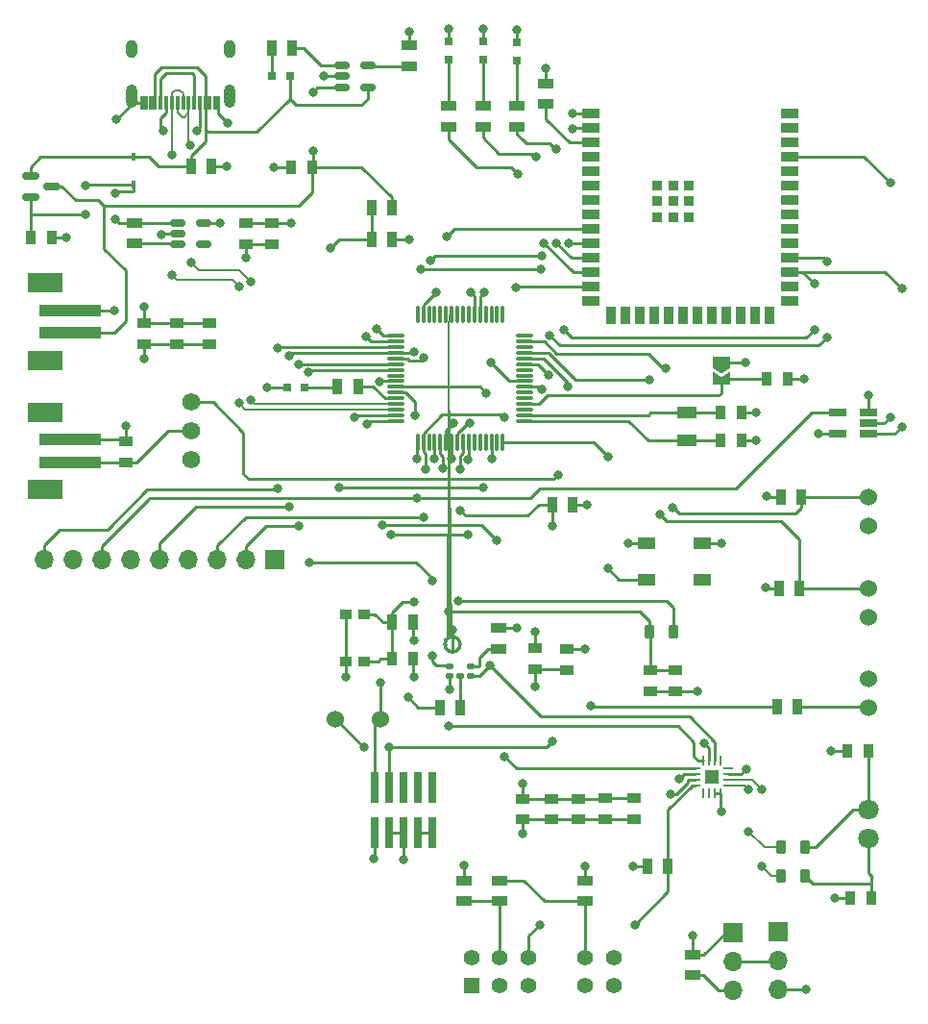
<source format=gbr>
%TF.GenerationSoftware,KiCad,Pcbnew,7.0.6*%
%TF.CreationDate,2023-11-17T16:50:28-08:00*%
%TF.ProjectId,Final_Project_4Layer,46696e61-6c5f-4507-926f-6a6563745f34,1.0*%
%TF.SameCoordinates,Original*%
%TF.FileFunction,Copper,L1,Top*%
%TF.FilePolarity,Positive*%
%FSLAX46Y46*%
G04 Gerber Fmt 4.6, Leading zero omitted, Abs format (unit mm)*
G04 Created by KiCad (PCBNEW 7.0.6) date 2023-11-17 16:50:28*
%MOMM*%
%LPD*%
G01*
G04 APERTURE LIST*
G04 Aperture macros list*
%AMRoundRect*
0 Rectangle with rounded corners*
0 $1 Rounding radius*
0 $2 $3 $4 $5 $6 $7 $8 $9 X,Y pos of 4 corners*
0 Add a 4 corners polygon primitive as box body*
4,1,4,$2,$3,$4,$5,$6,$7,$8,$9,$2,$3,0*
0 Add four circle primitives for the rounded corners*
1,1,$1+$1,$2,$3*
1,1,$1+$1,$4,$5*
1,1,$1+$1,$6,$7*
1,1,$1+$1,$8,$9*
0 Add four rect primitives between the rounded corners*
20,1,$1+$1,$2,$3,$4,$5,0*
20,1,$1+$1,$4,$5,$6,$7,0*
20,1,$1+$1,$6,$7,$8,$9,0*
20,1,$1+$1,$8,$9,$2,$3,0*%
%AMFreePoly0*
4,1,53,0.180687,1.453641,0.352314,1.393587,0.506274,1.296847,0.634847,1.168274,0.731587,1.014314,0.791641,0.842687,0.812000,0.662000,0.791641,0.481313,0.731587,0.309686,0.634847,0.155726,0.506274,0.027153,0.352314,-0.069587,0.180687,-0.129641,0.000000,-0.150000,-0.180687,-0.129641,-0.352314,-0.069587,-0.506274,0.027153,-0.634847,0.155726,-0.731587,0.309686,-0.791641,0.481313,
-0.812000,0.662000,-0.517265,0.662000,-0.496312,0.516270,-0.435151,0.382345,-0.338737,0.271077,-0.214880,0.191479,-0.073614,0.150000,0.073614,0.150000,0.214880,0.191479,0.338737,0.271077,0.435151,0.382345,0.496312,0.516270,0.517265,0.662000,0.496312,0.807730,0.435151,0.941655,0.338737,1.052923,0.214880,1.132521,0.073614,1.174000,-0.073614,1.174000,-0.214880,1.132521,
-0.338737,1.052923,-0.435151,0.941655,-0.496312,0.807730,-0.517265,0.662000,-0.812000,0.662000,-0.791641,0.842687,-0.731587,1.014314,-0.634847,1.168274,-0.506274,1.296847,-0.352314,1.393587,-0.180687,1.453641,0.000000,1.474000,0.180687,1.453641,0.180687,1.453641,$1*%
%AMFreePoly1*
4,1,6,1.000000,0.000000,0.500000,-0.750000,-0.500000,-0.750000,-0.500000,0.750000,0.500000,0.750000,1.000000,0.000000,1.000000,0.000000,$1*%
%AMFreePoly2*
4,1,6,0.500000,-0.750000,-0.650000,-0.750000,-0.150000,0.000000,-0.650000,0.750000,0.500000,0.750000,0.500000,-0.750000,0.500000,-0.750000,$1*%
G04 Aperture macros list end*
%TA.AperFunction,ComponentPad*%
%ADD10O,1.700000X1.700000*%
%TD*%
%TA.AperFunction,ComponentPad*%
%ADD11R,1.700000X1.700000*%
%TD*%
%TA.AperFunction,SMDPad,CuDef*%
%ADD12R,0.711200X0.762000*%
%TD*%
%TA.AperFunction,SMDPad,CuDef*%
%ADD13R,0.762000X0.711200*%
%TD*%
%TA.AperFunction,SMDPad,CuDef*%
%ADD14R,5.511800X0.990600*%
%TD*%
%TA.AperFunction,SMDPad,CuDef*%
%ADD15R,3.098800X1.701800*%
%TD*%
%TA.AperFunction,ComponentPad*%
%ADD16C,1.574800*%
%TD*%
%TA.AperFunction,SMDPad,CuDef*%
%ADD17R,1.346200X0.812800*%
%TD*%
%TA.AperFunction,SMDPad,CuDef*%
%ADD18R,0.812800X1.346200*%
%TD*%
%TA.AperFunction,SMDPad,CuDef*%
%ADD19R,1.244600X0.863600*%
%TD*%
%TA.AperFunction,SMDPad,CuDef*%
%ADD20R,0.863600X1.244600*%
%TD*%
%TA.AperFunction,SMDPad,CuDef*%
%ADD21R,0.660400X2.768600*%
%TD*%
%TA.AperFunction,ComponentPad*%
%ADD22C,1.524000*%
%TD*%
%TA.AperFunction,SMDPad,CuDef*%
%ADD23R,0.300000X1.150000*%
%TD*%
%TA.AperFunction,ComponentPad*%
%ADD24O,1.000000X2.100000*%
%TD*%
%TA.AperFunction,ComponentPad*%
%ADD25O,1.000000X1.600000*%
%TD*%
%TA.AperFunction,SMDPad,CuDef*%
%ADD26RoundRect,0.075000X0.662500X0.075000X-0.662500X0.075000X-0.662500X-0.075000X0.662500X-0.075000X0*%
%TD*%
%TA.AperFunction,SMDPad,CuDef*%
%ADD27RoundRect,0.075000X0.075000X0.662500X-0.075000X0.662500X-0.075000X-0.662500X0.075000X-0.662500X0*%
%TD*%
%TA.AperFunction,SMDPad,CuDef*%
%ADD28RoundRect,0.150000X-0.512500X-0.150000X0.512500X-0.150000X0.512500X0.150000X-0.512500X0.150000X0*%
%TD*%
%TA.AperFunction,SMDPad,CuDef*%
%ADD29RoundRect,0.218750X-0.218750X-0.381250X0.218750X-0.381250X0.218750X0.381250X-0.218750X0.381250X0*%
%TD*%
%TA.AperFunction,SMDPad,CuDef*%
%ADD30R,1.498600X0.889000*%
%TD*%
%TA.AperFunction,SMDPad,CuDef*%
%ADD31R,0.889000X1.498600*%
%TD*%
%TA.AperFunction,SMDPad,CuDef*%
%ADD32R,0.889000X0.889000*%
%TD*%
%TA.AperFunction,SMDPad,CuDef*%
%ADD33RoundRect,0.150000X-0.587500X-0.150000X0.587500X-0.150000X0.587500X0.150000X-0.587500X0.150000X0*%
%TD*%
%TA.AperFunction,SMDPad,CuDef*%
%ADD34RoundRect,0.130500X0.169500X0.130500X-0.169500X0.130500X-0.169500X-0.130500X0.169500X-0.130500X0*%
%TD*%
%TA.AperFunction,SMDPad,CuDef*%
%ADD35FreePoly0,270.000000*%
%TD*%
%TA.AperFunction,SMDPad,CuDef*%
%ADD36R,1.500000X1.000000*%
%TD*%
%TA.AperFunction,SMDPad,CuDef*%
%ADD37R,0.355600X0.660400*%
%TD*%
%TA.AperFunction,ComponentPad*%
%ADD38R,1.408000X1.408000*%
%TD*%
%TA.AperFunction,ComponentPad*%
%ADD39C,1.408000*%
%TD*%
%TA.AperFunction,SMDPad,CuDef*%
%ADD40FreePoly1,270.000000*%
%TD*%
%TA.AperFunction,SMDPad,CuDef*%
%ADD41FreePoly2,270.000000*%
%TD*%
%TA.AperFunction,ComponentPad*%
%ADD42C,1.530000*%
%TD*%
%TA.AperFunction,SMDPad,CuDef*%
%ADD43R,0.812800X0.254000*%
%TD*%
%TA.AperFunction,SMDPad,CuDef*%
%ADD44R,0.254000X0.812800*%
%TD*%
%TA.AperFunction,SMDPad,CuDef*%
%ADD45R,1.244600X1.244600*%
%TD*%
%TA.AperFunction,SMDPad,CuDef*%
%ADD46R,0.990600X0.889000*%
%TD*%
%TA.AperFunction,SMDPad,CuDef*%
%ADD47R,1.560000X0.650000*%
%TD*%
%TA.AperFunction,ComponentPad*%
%ADD48C,1.803400*%
%TD*%
%TA.AperFunction,SMDPad,CuDef*%
%ADD49R,1.800000X1.000000*%
%TD*%
%TA.AperFunction,ViaPad*%
%ADD50C,0.800000*%
%TD*%
%TA.AperFunction,Conductor*%
%ADD51C,0.250000*%
%TD*%
%TA.AperFunction,Conductor*%
%ADD52C,0.200000*%
%TD*%
G04 APERTURE END LIST*
D10*
%TO.P,J5,9,9*%
%TO.N,/Card_Detect*%
X153340000Y-108000000D03*
%TO.P,J5,8,8*%
%TO.N,unconnected-(J5-Pad8)*%
X155880000Y-108000000D03*
%TO.P,J5,7,7*%
%TO.N,/MISO*%
X158420000Y-108000000D03*
%TO.P,J5,6,6*%
%TO.N,GND*%
X160960000Y-108000000D03*
%TO.P,J5,5,5*%
%TO.N,/SCK*%
X163500000Y-108000000D03*
%TO.P,J5,4,4*%
%TO.N,+3.3V*%
X166040000Y-108000000D03*
%TO.P,J5,3,3*%
%TO.N,/MOSI*%
X168580000Y-108000000D03*
%TO.P,J5,2,2*%
%TO.N,/CS_Card*%
X171120000Y-108000000D03*
D11*
%TO.P,J5,1,1*%
%TO.N,unconnected-(J5-Pad1)*%
X173660000Y-108000000D03*
%TD*%
D12*
%TO.P,D6,1,K*%
%TO.N,GND*%
X192000000Y-62365000D03*
%TO.P,D6,2,A*%
%TO.N,Net-(D6-A)*%
X192000000Y-63914400D03*
%TD*%
D13*
%TO.P,D2,1,K*%
%TO.N,Net-(D2-K)*%
X173425300Y-65400000D03*
%TO.P,D2,2,A*%
%TO.N,VBUS*%
X174974700Y-65400000D03*
%TD*%
D14*
%TO.P,J11,1,1*%
%TO.N,+6V*%
X155650001Y-99399999D03*
%TO.P,J11,2,2*%
%TO.N,GND*%
X155650001Y-97399997D03*
D15*
%TO.P,J11,3*%
%TO.N,N/C*%
X153400000Y-101799996D03*
%TO.P,J11,4*%
X153400000Y-95000000D03*
%TD*%
D16*
%TO.P,J9,1,Pin_1*%
%TO.N,PWM_Servo*%
X166300000Y-94100000D03*
%TO.P,J9,2,Pin_2*%
%TO.N,+6V*%
X166300000Y-96640000D03*
%TO.P,J9,3,Pin_3*%
%TO.N,GND*%
X166300000Y-99180000D03*
%TD*%
D11*
%TO.P,J7,1,1*%
%TO.N,+3.3V*%
X218000000Y-140720000D03*
D10*
%TO.P,J7,2,2*%
%TO.N,Net-(J10-Pad2)*%
X218000000Y-143260000D03*
%TO.P,J7,3,3*%
%TO.N,GND*%
X218000000Y-145800000D03*
%TD*%
D17*
%TO.P,R19,1*%
%TO.N,Net-(R18-Pad1)*%
X193500000Y-136200000D03*
%TO.P,R19,2*%
%TO.N,Net-(R19-Pad2)*%
X193500000Y-138003400D03*
%TD*%
D18*
%TO.P,R10,1*%
%TO.N,/V_DIV*%
X182196600Y-77000000D03*
%TO.P,R10,2*%
%TO.N,+BATT*%
X184000000Y-77000000D03*
%TD*%
D19*
%TO.P,C6,1*%
%TO.N,+3.3V*%
X173400000Y-78300000D03*
%TO.P,C6,2*%
%TO.N,GND*%
X173400000Y-80154200D03*
%TD*%
%TO.P,C11,1*%
%TO.N,+3.3V*%
X165000000Y-87100000D03*
%TO.P,C11,2*%
%TO.N,GND*%
X165000000Y-88954200D03*
%TD*%
D18*
%TO.P,R9,1*%
%TO.N,Net-(U3-STAT)*%
X175201700Y-62900000D03*
%TO.P,R9,2*%
%TO.N,Net-(D2-K)*%
X173398300Y-62900000D03*
%TD*%
D19*
%TO.P,C12,1*%
%TO.N,+3.3V*%
X167900000Y-87100000D03*
%TO.P,C12,2*%
%TO.N,GND*%
X167900000Y-88954200D03*
%TD*%
D17*
%TO.P,R20,1*%
%TO.N,Net-(R19-Pad2)*%
X190300000Y-138003400D03*
%TO.P,R20,2*%
%TO.N,GND*%
X190300000Y-136200000D03*
%TD*%
D20*
%TO.P,C20,1*%
%TO.N,Net-(C20-Pad1)*%
X226200000Y-137800000D03*
%TO.P,C20,2*%
%TO.N,GND*%
X224345800Y-137800000D03*
%TD*%
D18*
%TO.P,R22,1*%
%TO.N,/SD_MODE*%
X208300000Y-135000000D03*
%TO.P,R22,2*%
%TO.N,+3.3V*%
X206496600Y-135000000D03*
%TD*%
D19*
%TO.P,C13,1*%
%TO.N,GND*%
X206725000Y-119554200D03*
%TO.P,C13,2*%
%TO.N,Net-(U2-VDDCORE)*%
X206725000Y-117700000D03*
%TD*%
D17*
%TO.P,R13,1*%
%TO.N,+3.3V*%
X197548100Y-66007800D03*
%TO.P,R13,2*%
%TO.N,Net-(U4-EN)*%
X197548100Y-67811200D03*
%TD*%
D19*
%TO.P,C17,1*%
%TO.N,GND*%
X198000000Y-130854200D03*
%TO.P,C17,2*%
%TO.N,+3.3V*%
X198000000Y-129000000D03*
%TD*%
D21*
%TO.P,J1,1,1*%
%TO.N,/SWDIO*%
X182460000Y-128000000D03*
%TO.P,J1,2,2*%
%TO.N,/SWCLK*%
X183730000Y-128000000D03*
%TO.P,J1,3,3*%
%TO.N,unconnected-(J1-Pad3)*%
X185000000Y-128000000D03*
%TO.P,J1,4,4*%
%TO.N,unconnected-(J1-Pad4)*%
X186270000Y-128000000D03*
%TO.P,J1,5,5*%
%TO.N,unconnected-(J1-Pad5)*%
X187540000Y-128000000D03*
%TO.P,J1,6,6*%
%TO.N,+3.3V*%
X182460000Y-132039996D03*
%TO.P,J1,7,7*%
%TO.N,GND*%
X183730000Y-132039996D03*
%TO.P,J1,8,8*%
X185000000Y-132039996D03*
%TO.P,J1,9,9*%
%TO.N,unconnected-(J1-Pad10)*%
X186270000Y-132039996D03*
%TO.P,J1,10,10*%
X187540000Y-132039996D03*
%TD*%
D19*
%TO.P,C10,1*%
%TO.N,+3.3V*%
X162100000Y-87100000D03*
%TO.P,C10,2*%
%TO.N,GND*%
X162100000Y-88954200D03*
%TD*%
D17*
%TO.P,R16,1*%
%TO.N,ESP_RED*%
X191993400Y-69817800D03*
%TO.P,R16,2*%
%TO.N,Net-(D6-A)*%
X191993400Y-68014400D03*
%TD*%
%TO.P,R23,1*%
%TO.N,/AMPL_GAIN_SEL*%
X210456100Y-142744500D03*
%TO.P,R23,2*%
%TO.N,Net-(J10-Pad3)*%
X210456100Y-144547900D03*
%TD*%
D22*
%TO.P,J3,1,Pin_1*%
%TO.N,+3.3V*%
X226000000Y-105000000D03*
%TO.P,J3,2,Pin_2*%
%TO.N,/Force_Signal*%
X226000000Y-102460000D03*
%TD*%
D18*
%TO.P,R21,1*%
%TO.N,JUMBO_LED*%
X217896600Y-120900000D03*
%TO.P,R21,2*%
%TO.N,Net-(J8-Pin_1)*%
X219700000Y-120900000D03*
%TD*%
%TO.P,R14,1*%
%TO.N,RED_LED*%
X181001700Y-92700000D03*
%TO.P,R14,2*%
%TO.N,Net-(D3-A)*%
X179198300Y-92700000D03*
%TD*%
D23*
%TO.P,J6,A1,GND*%
%TO.N,GND*%
X168670000Y-67745000D03*
%TO.P,J6,A4,VBUS*%
%TO.N,VBUS*%
X167870000Y-67745000D03*
%TO.P,J6,A5,CC1*%
%TO.N,unconnected-(J6-CC1-PadA5)*%
X166570000Y-67745000D03*
%TO.P,J6,A6,D+*%
%TO.N,D+*%
X165570000Y-67745000D03*
%TO.P,J6,A7,D-*%
%TO.N,D-*%
X165070000Y-67745000D03*
%TO.P,J6,A8,SBU1*%
%TO.N,unconnected-(J6-SBU1-PadA8)*%
X164070000Y-67745000D03*
%TO.P,J6,A9,VBUS*%
%TO.N,VBUS*%
X162770000Y-67745000D03*
%TO.P,J6,A12,GND*%
%TO.N,GND*%
X161970000Y-67745000D03*
%TO.P,J6,B1,GND*%
X162270000Y-67745000D03*
%TO.P,J6,B4,VBUS*%
%TO.N,VBUS*%
X163070000Y-67745000D03*
%TO.P,J6,B5,CC2*%
%TO.N,unconnected-(J6-CC1-PadA5)*%
X163570000Y-67745000D03*
%TO.P,J6,B6,D+*%
%TO.N,D+*%
X164570000Y-67745000D03*
%TO.P,J6,B7,D-*%
%TO.N,D-*%
X166070000Y-67745000D03*
%TO.P,J6,B8,SBU2*%
%TO.N,unconnected-(J6-SBU1-PadA8)*%
X167070000Y-67745000D03*
%TO.P,J6,B9,VBUS*%
%TO.N,VBUS*%
X167570000Y-67745000D03*
%TO.P,J6,B12,GND*%
%TO.N,GND*%
X168370000Y-67745000D03*
D24*
%TO.P,J6,S1,SHIELD*%
X169640000Y-67180000D03*
D25*
X169640000Y-63000000D03*
D24*
X161000000Y-67180000D03*
D25*
X161000000Y-63000000D03*
%TD*%
D26*
%TO.P,U2,1,PA00*%
%TO.N,Net-(U2-PA00)*%
X195662500Y-95750000D03*
%TO.P,U2,2,PA01*%
%TO.N,Net-(U2-PA01)*%
X195662500Y-95250000D03*
%TO.P,U2,3,PA02*%
%TO.N,unconnected-(U2-PA02-Pad3)*%
X195662500Y-94750000D03*
%TO.P,U2,4,PA03*%
%TO.N,/AREF*%
X195662500Y-94250000D03*
%TO.P,U2,5,PB04*%
%TO.N,unconnected-(U2-PB04-Pad5)*%
X195662500Y-93750000D03*
%TO.P,U2,6,PB05*%
%TO.N,unconnected-(U2-PB05-Pad6)*%
X195662500Y-93250000D03*
%TO.P,U2,7,GNDANA*%
%TO.N,GND*%
X195662500Y-92750000D03*
%TO.P,U2,8,VDDANA*%
%TO.N,+3.3V*%
X195662500Y-92250000D03*
%TO.P,U2,9,PB06*%
%TO.N,unconnected-(U2-PB06-Pad9)*%
X195662500Y-91750000D03*
%TO.P,U2,10,PB07*%
%TO.N,unconnected-(U2-PB07-Pad10)*%
X195662500Y-91250000D03*
%TO.P,U2,11,PB08*%
%TO.N,PWM_Servo*%
X195662500Y-90750000D03*
%TO.P,U2,12,PB09*%
%TO.N,JUMBO_LED*%
X195662500Y-90250000D03*
%TO.P,U2,13,PA04*%
%TO.N,/Button_Signal*%
X195662500Y-89750000D03*
%TO.P,U2,14,PA05*%
%TO.N,unconnected-(U2-PA05-Pad14)*%
X195662500Y-89250000D03*
%TO.P,U2,15,PA06*%
%TO.N,/Force_Signal*%
X195662500Y-88750000D03*
%TO.P,U2,16,PA07*%
%TO.N,unconnected-(U2-PA07-Pad16)*%
X195662500Y-88250000D03*
D27*
%TO.P,U2,17,PA08*%
%TO.N,unconnected-(U2-PA08-Pad17)*%
X193750000Y-86337500D03*
%TO.P,U2,18,PA09*%
%TO.N,unconnected-(U2-PA09-Pad18)*%
X193250000Y-86337500D03*
%TO.P,U2,19,PA10*%
%TO.N,unconnected-(U2-PA10-Pad19)*%
X192750000Y-86337500D03*
%TO.P,U2,20,PA11*%
%TO.N,unconnected-(U2-PA11-Pad20)*%
X192250000Y-86337500D03*
%TO.P,U2,21,VDDIOB*%
%TO.N,+3.3V*%
X191750000Y-86337500D03*
%TO.P,U2,22,GND*%
%TO.N,GND*%
X191250000Y-86337500D03*
%TO.P,U2,23,PB10*%
%TO.N,unconnected-(U2-PB10-Pad23)*%
X190750000Y-86337500D03*
%TO.P,U2,24,PB11*%
%TO.N,unconnected-(U2-PB11-Pad24)*%
X190250000Y-86337500D03*
%TO.P,U2,25,PB12*%
%TO.N,unconnected-(U2-PB12-Pad25)*%
X189750000Y-86337500D03*
%TO.P,U2,26,PB13*%
%TO.N,unconnected-(U2-PB13-Pad26)*%
X189250000Y-86337500D03*
%TO.P,U2,27,PB14*%
%TO.N,unconnected-(U2-PB14-Pad27)*%
X188750000Y-86337500D03*
%TO.P,U2,28,PB15*%
%TO.N,unconnected-(U2-PB15-Pad28)*%
X188250000Y-86337500D03*
%TO.P,U2,29,PA12*%
%TO.N,unconnected-(U2-PA12-Pad29)*%
X187750000Y-86337500D03*
%TO.P,U2,30,PA13*%
%TO.N,unconnected-(U2-PA13-Pad30)*%
X187250000Y-86337500D03*
%TO.P,U2,31,PA14*%
%TO.N,/ESP_Busy*%
X186750000Y-86337500D03*
%TO.P,U2,32,PA15*%
%TO.N,unconnected-(U2-PA15-Pad32)*%
X186250000Y-86337500D03*
D26*
%TO.P,U2,33,GND*%
%TO.N,GND*%
X184337500Y-88250000D03*
%TO.P,U2,34,VDDIO*%
%TO.N,+3.3V*%
X184337500Y-88750000D03*
%TO.P,U2,35,PA16*%
%TO.N,/Card_Detect*%
X184337500Y-89250000D03*
%TO.P,U2,36,PA17*%
%TO.N,/SCK*%
X184337500Y-89750000D03*
%TO.P,U2,37,PA18*%
%TO.N,/CS_Wifi*%
X184337500Y-90250000D03*
%TO.P,U2,38,PA19*%
%TO.N,/CS_Card*%
X184337500Y-90750000D03*
%TO.P,U2,39,PB16*%
%TO.N,/I2S_BCLK*%
X184337500Y-91250000D03*
%TO.P,U2,40,PB17*%
%TO.N,unconnected-(U2-PB17-Pad40)*%
X184337500Y-91750000D03*
%TO.P,U2,41,PA20*%
%TO.N,/I2S_LRCLK*%
X184337500Y-92250000D03*
%TO.P,U2,42,PA21*%
%TO.N,/I2S_DIN*%
X184337500Y-92750000D03*
%TO.P,U2,43,PA22*%
%TO.N,/I2S_DOUT*%
X184337500Y-93250000D03*
%TO.P,U2,44,PA23*%
%TO.N,RED_LED*%
X184337500Y-93750000D03*
%TO.P,U2,45,PA24*%
%TO.N,D-*%
X184337500Y-94250000D03*
%TO.P,U2,46,PA25*%
%TO.N,D+*%
X184337500Y-94750000D03*
%TO.P,U2,47,GND*%
%TO.N,GND*%
X184337500Y-95250000D03*
%TO.P,U2,48,VDDIO*%
%TO.N,+3.3V*%
X184337500Y-95750000D03*
D27*
%TO.P,U2,49,PB22*%
%TO.N,/MISO*%
X186250000Y-97662500D03*
%TO.P,U2,50,PB23*%
%TO.N,/MOSI*%
X186750000Y-97662500D03*
%TO.P,U2,51,PA27*%
%TO.N,unconnected-(U2-PA27-Pad51)*%
X187250000Y-97662500D03*
%TO.P,U2,52,~{RESET}*%
%TO.N,RESET*%
X187750000Y-97662500D03*
%TO.P,U2,53,VDDCORE*%
%TO.N,Net-(U2-VDDCORE)*%
X188250000Y-97662500D03*
%TO.P,U2,54,GND*%
%TO.N,GND*%
X188750000Y-97662500D03*
%TO.P,U2,55,VSW*%
%TO.N,Net-(U2-VSW)*%
X189250000Y-97662500D03*
%TO.P,U2,56,VDDIO*%
%TO.N,+3.3V*%
X189750000Y-97662500D03*
%TO.P,U2,57,PA30*%
%TO.N,/SWCLK*%
X190250000Y-97662500D03*
%TO.P,U2,58,PA31*%
%TO.N,/SWDIO*%
X190750000Y-97662500D03*
%TO.P,U2,59,PB30*%
%TO.N,unconnected-(U2-PB30-Pad59)*%
X191250000Y-97662500D03*
%TO.P,U2,60,PB31*%
%TO.N,unconnected-(U2-PB31-Pad60)*%
X191750000Y-97662500D03*
%TO.P,U2,61,PB00*%
%TO.N,unconnected-(U2-PB00-Pad61)*%
X192250000Y-97662500D03*
%TO.P,U2,62,PB01*%
%TO.N,/V_DIV*%
X192750000Y-97662500D03*
%TO.P,U2,63,PB02*%
%TO.N,unconnected-(U2-PB02-Pad63)*%
X193250000Y-97662500D03*
%TO.P,U2,64,PB03*%
%TO.N,D8_NEOPIX*%
X193750000Y-97662500D03*
%TD*%
D28*
%TO.P,U1,1,VIN*%
%TO.N,Net-(D1-K)*%
X165100000Y-78300000D03*
%TO.P,U1,2,GND*%
%TO.N,GND*%
X165100000Y-79250000D03*
%TO.P,U1,3,EN*%
%TO.N,Net-(U1-EN)*%
X165100000Y-80200000D03*
%TO.P,U1,4,NC*%
%TO.N,unconnected-(U1-NC-Pad4)*%
X167375000Y-80200000D03*
%TO.P,U1,5,VOUT*%
%TO.N,+3.3V*%
X167375000Y-78300000D03*
%TD*%
D29*
%TO.P,FB2,1*%
%TO.N,/VO+*%
X218237500Y-135800000D03*
%TO.P,FB2,2*%
%TO.N,Net-(C20-Pad1)*%
X220362500Y-135800000D03*
%TD*%
D18*
%TO.P,R11,1*%
%TO.N,GND*%
X184000000Y-79800000D03*
%TO.P,R11,2*%
%TO.N,/V_DIV*%
X182196600Y-79800000D03*
%TD*%
D20*
%TO.P,C9,1*%
%TO.N,GND*%
X214800000Y-95000000D03*
%TO.P,C9,2*%
%TO.N,Net-(U2-PA01)*%
X212945800Y-95000000D03*
%TD*%
D30*
%TO.P,U4,1,GND*%
%TO.N,GND*%
X201499400Y-68680480D03*
%TO.P,U4,2,VDD*%
%TO.N,+3.3V*%
X201499400Y-69950480D03*
%TO.P,U4,3,EN*%
%TO.N,Net-(U4-EN)*%
X201499400Y-71220480D03*
%TO.P,U4,4,SENSOR_VP*%
%TO.N,unconnected-(U4-SENSOR_VP-Pad4)*%
X201499400Y-72490480D03*
%TO.P,U4,5,SENSOR_VN*%
%TO.N,unconnected-(U4-SENSOR_VN-Pad5)*%
X201499400Y-73760480D03*
%TO.P,U4,6,IO34*%
%TO.N,unconnected-(U4-IO34-Pad6)*%
X201499400Y-75030480D03*
%TO.P,U4,7,IO35*%
%TO.N,unconnected-(U4-IO35-Pad7)*%
X201499400Y-76300480D03*
%TO.P,U4,8,IO32*%
%TO.N,unconnected-(U4-IO32-Pad8)*%
X201499400Y-77570480D03*
%TO.P,U4,9,IO33*%
%TO.N,/ESP_Busy*%
X201499400Y-78840480D03*
%TO.P,U4,10,IO25*%
%TO.N,ESP_GREEN*%
X201499400Y-80110480D03*
%TO.P,U4,11,IO26*%
%TO.N,ESP_RED*%
X201499400Y-81380480D03*
%TO.P,U4,12,IO27*%
%TO.N,ESP_BLUE*%
X201499400Y-82650480D03*
%TO.P,U4,13,IO14*%
%TO.N,/MOSI*%
X201499400Y-83920480D03*
%TO.P,U4,14,IO12*%
%TO.N,unconnected-(U4-IO12-Pad14)*%
X201499400Y-85190480D03*
D31*
%TO.P,U4,15,GND*%
%TO.N,unconnected-(U4-GND-Pad15)*%
X203264700Y-86440160D03*
%TO.P,U4,16,IO13*%
%TO.N,unconnected-(U4-IO13-Pad16)*%
X204534700Y-86440160D03*
%TO.P,U4,17,SHD/SD2*%
%TO.N,unconnected-(U4-SHD{slash}SD2-Pad17)*%
X205804700Y-86440160D03*
%TO.P,U4,18,SWP/SD3*%
%TO.N,unconnected-(U4-SWP{slash}SD3-Pad18)*%
X207074700Y-86440160D03*
%TO.P,U4,19,SCS/CMD*%
%TO.N,unconnected-(U4-SCS{slash}CMD-Pad19)*%
X208344700Y-86440160D03*
%TO.P,U4,20,SCK/CLK*%
%TO.N,unconnected-(U4-SCK{slash}CLK-Pad20)*%
X209614700Y-86440160D03*
%TO.P,U4,21,SDO/SD0*%
%TO.N,unconnected-(U4-SDO{slash}SD0-Pad21)*%
X210884700Y-86440160D03*
%TO.P,U4,22,SDI/SD1*%
%TO.N,unconnected-(U4-SDI{slash}SD1-Pad22)*%
X212154700Y-86440160D03*
%TO.P,U4,23,IO15*%
%TO.N,unconnected-(U4-IO15-Pad23)*%
X213424700Y-86440160D03*
%TO.P,U4,24,IO2*%
%TO.N,unconnected-(U4-IO2-Pad24)*%
X214694700Y-86440160D03*
%TO.P,U4,25,IO0*%
%TO.N,unconnected-(U4-IO0-Pad25)*%
X215964700Y-86440160D03*
%TO.P,U4,26,IO4*%
%TO.N,unconnected-(U4-IO4-Pad26)*%
X217234700Y-86440160D03*
D30*
%TO.P,U4,27,IO16*%
%TO.N,unconnected-(U4-IO16-Pad27)*%
X219000000Y-85190480D03*
%TO.P,U4,28,IO17*%
%TO.N,unconnected-(U4-IO17-Pad28)*%
X219000000Y-83920480D03*
%TO.P,U4,29,IO5*%
%TO.N,/CS_Wifi*%
X219000000Y-82650480D03*
%TO.P,U4,30,IO18*%
%TO.N,/SCK*%
X219000000Y-81380480D03*
%TO.P,U4,31,IO19*%
%TO.N,unconnected-(U4-IO19-Pad31)*%
X219000000Y-80110480D03*
%TO.P,U4,32,NC*%
%TO.N,unconnected-(U4-NC-Pad32)*%
X219000000Y-78840480D03*
%TO.P,U4,33,IO21*%
%TO.N,unconnected-(U4-IO21-Pad33)*%
X219000000Y-77570480D03*
%TO.P,U4,34,RXD0/IO3*%
%TO.N,unconnected-(U4-RXD0{slash}IO3-Pad34)*%
X219000000Y-76300480D03*
%TO.P,U4,35,TXD0/IO1*%
%TO.N,unconnected-(U4-TXD0{slash}IO1-Pad35)*%
X219000000Y-75030480D03*
%TO.P,U4,36,IO22*%
%TO.N,unconnected-(U4-IO22-Pad36)*%
X219000000Y-73760480D03*
%TO.P,U4,37,IO23*%
%TO.N,/MISO_ESP*%
X219000000Y-72490480D03*
%TO.P,U4,38,GND*%
%TO.N,unconnected-(U4-GND-Pad38)*%
X219000000Y-71220480D03*
%TO.P,U4,39,GND*%
%TO.N,unconnected-(U4-GND-Pad39)*%
X219000000Y-69950480D03*
%TO.P,U4,40*%
%TO.N,N/C*%
X219000000Y-68680480D03*
D32*
%TO.P,U4,41*%
X208748560Y-76399540D03*
%TO.P,U4,42*%
X208748560Y-75000000D03*
%TO.P,U4,43*%
X207349020Y-75000000D03*
%TO.P,U4,44*%
X207349020Y-76399540D03*
%TO.P,U4,45*%
X207349020Y-77799080D03*
%TO.P,U4,46*%
X208748560Y-77799080D03*
%TO.P,U4,47*%
X210148100Y-77799080D03*
%TO.P,U4,48*%
X210148100Y-76399540D03*
%TO.P,U4,49*%
X210148100Y-75000000D03*
%TD*%
D11*
%TO.P,J10,1,1*%
%TO.N,/AMPL_GAIN_SEL*%
X214000000Y-140775000D03*
D10*
%TO.P,J10,2,2*%
%TO.N,Net-(J10-Pad2)*%
X214000000Y-143315000D03*
%TO.P,J10,3,3*%
%TO.N,Net-(J10-Pad3)*%
X214000000Y-145855000D03*
%TD*%
D14*
%TO.P,J4,1,1*%
%TO.N,+BATT*%
X155650001Y-88000000D03*
%TO.P,J4,2,2*%
%TO.N,GND*%
X155650001Y-85999998D03*
D15*
%TO.P,J4,3*%
%TO.N,N/C*%
X153400000Y-90399997D03*
%TO.P,J4,4*%
X153400000Y-83600001D03*
%TD*%
D20*
%TO.P,C3,1*%
%TO.N,Net-(D1-K)*%
X152145800Y-79600000D03*
%TO.P,C3,2*%
%TO.N,GND*%
X154000000Y-79600000D03*
%TD*%
D33*
%TO.P,Q1,1,G*%
%TO.N,VBUS*%
X152125000Y-74150000D03*
%TO.P,Q1,2,S*%
%TO.N,Net-(D1-K)*%
X152125000Y-76050000D03*
%TO.P,Q1,3,D*%
%TO.N,+BATT*%
X154000000Y-75100000D03*
%TD*%
D29*
%TO.P,L1,1,1*%
%TO.N,Net-(U2-VDDCORE)*%
X206700000Y-114300000D03*
%TO.P,L1,2,2*%
%TO.N,Net-(U2-VSW)*%
X208825000Y-114300000D03*
%TD*%
D19*
%TO.P,C5,1*%
%TO.N,+3.3V*%
X171075000Y-78300000D03*
%TO.P,C5,2*%
%TO.N,GND*%
X171075000Y-80154200D03*
%TD*%
D18*
%TO.P,R6,1*%
%TO.N,RESET*%
X184000000Y-113500000D03*
%TO.P,R6,2*%
%TO.N,+3.3V*%
X185803400Y-113500000D03*
%TD*%
D19*
%TO.P,C21,1*%
%TO.N,+3.3V*%
X202800000Y-128972900D03*
%TO.P,C21,2*%
%TO.N,GND*%
X202800000Y-130827100D03*
%TD*%
D18*
%TO.P,R7,1*%
%TO.N,/I2S_DOUT*%
X188198300Y-121000000D03*
%TO.P,R7,2*%
%TO.N,Net-(MK1-DATA)*%
X190001700Y-121000000D03*
%TD*%
D17*
%TO.P,R12,1*%
%TO.N,GND*%
X185500000Y-62700000D03*
%TO.P,R12,2*%
%TO.N,Net-(U3-PROG)*%
X185500000Y-64503400D03*
%TD*%
D34*
%TO.P,MK1,1,WS*%
%TO.N,/I2S_LRCLK*%
X190900000Y-118174000D03*
%TO.P,MK1,2,SEL*%
%TO.N,Net-(MK1-SEL)*%
X190900000Y-117352000D03*
D35*
%TO.P,MK1,3,GND*%
%TO.N,GND*%
X189338000Y-116100000D03*
D34*
%TO.P,MK1,4,BCLK*%
%TO.N,/I2S_BCLK*%
X189100000Y-117352000D03*
%TO.P,MK1,5,VDD*%
%TO.N,+3.3V*%
X189100000Y-118174000D03*
%TO.P,MK1,6,DATA*%
%TO.N,Net-(MK1-DATA)*%
X190000000Y-118174000D03*
%TD*%
D36*
%TO.P,D4,1,DOUT*%
%TO.N,unconnected-(D4-DOUT-Pad1)*%
X211300000Y-109700000D03*
%TO.P,D4,2,GND*%
%TO.N,GND*%
X211300000Y-106500000D03*
%TO.P,D4,3,VDD*%
%TO.N,+3.3V*%
X206400000Y-106500000D03*
%TO.P,D4,4,DIN*%
%TO.N,D8_NEOPIX*%
X206400000Y-109700000D03*
%TD*%
D37*
%TO.P,D1,1,K*%
%TO.N,Net-(D1-K)*%
X161200000Y-74938400D03*
%TO.P,D1,2,A*%
%TO.N,VBUS*%
X161200000Y-72500000D03*
%TD*%
D12*
%TO.P,D7,1,K*%
%TO.N,GND*%
X195000000Y-62439700D03*
%TO.P,D7,2,A*%
%TO.N,Net-(D7-A)*%
X195000000Y-63989100D03*
%TD*%
D18*
%TO.P,R8,1*%
%TO.N,+3.3V*%
X199901700Y-103101700D03*
%TO.P,R8,2*%
%TO.N,/SWCLK*%
X198098300Y-103101700D03*
%TD*%
D17*
%TO.P,R4,1*%
%TO.N,GND*%
X193400000Y-114000000D03*
%TO.P,R4,2*%
%TO.N,Net-(MK1-SEL)*%
X193400000Y-115803400D03*
%TD*%
D29*
%TO.P,FB1,1*%
%TO.N,/VO-*%
X218237500Y-133300000D03*
%TO.P,FB1,2*%
%TO.N,Net-(C18-Pad1)*%
X220362500Y-133300000D03*
%TD*%
D38*
%TO.P,S1,1*%
%TO.N,unconnected-(S1-Pad1)*%
X191000000Y-145500000D03*
D39*
%TO.P,S1,2*%
%TO.N,unconnected-(S1-Pad2)*%
X193500000Y-145500000D03*
%TO.P,S1,3*%
%TO.N,unconnected-(S1-Pad3)*%
X196000000Y-145500000D03*
%TO.P,S1,4*%
%TO.N,unconnected-(S1-Pad4)*%
X201000000Y-145500000D03*
%TO.P,S1,5*%
%TO.N,unconnected-(S1-Pad5)*%
X203500000Y-145500000D03*
%TO.P,S1,6*%
%TO.N,+3.3V*%
X203500000Y-143000000D03*
%TO.P,S1,7*%
%TO.N,Net-(R18-Pad1)*%
X201000000Y-143000000D03*
%TO.P,S1,8*%
%TO.N,/SD_MODE*%
X196000000Y-143000000D03*
%TO.P,S1,9*%
%TO.N,Net-(R19-Pad2)*%
X193500000Y-143000000D03*
%TO.P,S1,10*%
%TO.N,GND*%
X191000000Y-143000000D03*
%TD*%
D20*
%TO.P,C7,1*%
%TO.N,/AREF*%
X217000000Y-92000000D03*
%TO.P,C7,2*%
%TO.N,GND*%
X218854200Y-92000000D03*
%TD*%
D40*
%TO.P,JP1,1,A*%
%TO.N,+3.3V*%
X213000000Y-90600000D03*
D41*
%TO.P,JP1,2,B*%
%TO.N,/AREF*%
X213000000Y-92050000D03*
%TD*%
D42*
%TO.P,TP1,TP,1*%
%TO.N,/SWDIO*%
X183000000Y-122000000D03*
%TD*%
D17*
%TO.P,R15,1*%
%TO.N,ESP_BLUE*%
X188986800Y-69817800D03*
%TO.P,R15,2*%
%TO.N,Net-(D5-A)*%
X188986800Y-68014400D03*
%TD*%
D22*
%TO.P,J8,1,Pin_1*%
%TO.N,Net-(J8-Pin_1)*%
X226000000Y-121000000D03*
%TO.P,J8,2,Pin_2*%
%TO.N,GND*%
X226000000Y-118460000D03*
%TD*%
%TO.P,J2,1,Pin_1*%
%TO.N,+3.3V*%
X226000000Y-113000000D03*
%TO.P,J2,2,Pin_2*%
%TO.N,/Button_Signal*%
X226000000Y-110460000D03*
%TD*%
D18*
%TO.P,R1,1*%
%TO.N,GND*%
X168103400Y-73300000D03*
%TO.P,R1,2*%
%TO.N,VBUS*%
X166300000Y-73300000D03*
%TD*%
D42*
%TO.P,TP2,TP,1*%
%TO.N,/SWCLK*%
X179000000Y-122000000D03*
%TD*%
D18*
%TO.P,R2,1*%
%TO.N,GND*%
X218096600Y-110460000D03*
%TO.P,R2,2*%
%TO.N,/Button_Signal*%
X219900000Y-110460000D03*
%TD*%
D43*
%TO.P,U6,1,DIN*%
%TO.N,/I2S_DIN*%
X210752200Y-126349999D03*
%TO.P,U6,2,GAIN_SLOT*%
%TO.N,/AMPL_GAIN_SEL*%
X210752200Y-126850000D03*
%TO.P,U6,3,GND*%
%TO.N,GND*%
X210752200Y-127350000D03*
%TO.P,U6,4,\u002ASD_MODE*%
%TO.N,/SD_MODE*%
X210752200Y-127850001D03*
D44*
%TO.P,U6,5,N.C.*%
%TO.N,unconnected-(U6-N.C.-Pad5)*%
X211449999Y-128547800D03*
%TO.P,U6,6,N.C.*%
%TO.N,unconnected-(U6-N.C.-Pad6)*%
X211950000Y-128547800D03*
%TO.P,U6,7,VDD*%
%TO.N,+3.3V*%
X212450000Y-128547800D03*
%TO.P,U6,8,VDD*%
X212950001Y-128547800D03*
D43*
%TO.P,U6,9,OUTP*%
%TO.N,/VO-*%
X213647800Y-127850001D03*
%TO.P,U6,10,OUTN*%
%TO.N,/VO+*%
X213647800Y-127350000D03*
%TO.P,U6,11,GND*%
%TO.N,GND*%
X213647800Y-126850000D03*
%TO.P,U6,12,N.C.*%
%TO.N,unconnected-(U6-N.C.-Pad12)*%
X213647800Y-126349999D03*
D44*
%TO.P,U6,13,N.C.*%
%TO.N,unconnected-(U6-N.C.-Pad13)*%
X212950001Y-125652200D03*
%TO.P,U6,14,LRCLK*%
%TO.N,/I2S_LRCLK*%
X212450000Y-125652200D03*
%TO.P,U6,15,GND*%
%TO.N,GND*%
X211950000Y-125652200D03*
%TO.P,U6,16,BCLK*%
%TO.N,/I2S_BCLK*%
X211449999Y-125652200D03*
D45*
%TO.P,U6,17,EPAD*%
%TO.N,unconnected-(U6-EPAD-Pad17)*%
X212200000Y-127100000D03*
%TD*%
D19*
%TO.P,C14,1*%
%TO.N,GND*%
X208925000Y-119554200D03*
%TO.P,C14,2*%
%TO.N,Net-(U2-VDDCORE)*%
X208925000Y-117700000D03*
%TD*%
D20*
%TO.P,C8,1*%
%TO.N,GND*%
X214772900Y-97500000D03*
%TO.P,C8,2*%
%TO.N,Net-(U2-PA00)*%
X212918700Y-97500000D03*
%TD*%
D17*
%TO.P,R18,1*%
%TO.N,Net-(R18-Pad1)*%
X201000000Y-138003400D03*
%TO.P,R18,2*%
%TO.N,+3.3V*%
X201000000Y-136200000D03*
%TD*%
D20*
%TO.P,C15,1*%
%TO.N,GND*%
X175090900Y-73378500D03*
%TO.P,C15,2*%
%TO.N,+BATT*%
X176945100Y-73378500D03*
%TD*%
%TO.P,C4,1*%
%TO.N,RESET*%
X183972900Y-116700000D03*
%TO.P,C4,2*%
%TO.N,GND*%
X185827100Y-116700000D03*
%TD*%
D46*
%TO.P,SW1,1,1*%
%TO.N,GND*%
X179899998Y-112800000D03*
%TO.P,SW1,2,2*%
%TO.N,RESET*%
X181500000Y-112800000D03*
%TO.P,SW1,3,3*%
%TO.N,GND*%
X179899998Y-116899996D03*
%TO.P,SW1,4,4*%
%TO.N,RESET*%
X181500000Y-116899996D03*
%TD*%
D19*
%TO.P,C1,1*%
%TO.N,+3.3V*%
X196572900Y-115772900D03*
%TO.P,C1,2*%
%TO.N,GND*%
X196572900Y-117627100D03*
%TD*%
D18*
%TO.P,R3,1*%
%TO.N,GND*%
X218272800Y-102434900D03*
%TO.P,R3,2*%
%TO.N,/Force_Signal*%
X220076200Y-102434900D03*
%TD*%
D17*
%TO.P,R17,1*%
%TO.N,ESP_GREEN*%
X195000000Y-69817800D03*
%TO.P,R17,2*%
%TO.N,Net-(D7-A)*%
X195000000Y-68014400D03*
%TD*%
D19*
%TO.P,C16,1*%
%TO.N,GND*%
X195500000Y-130854200D03*
%TO.P,C16,2*%
%TO.N,+3.3V*%
X195500000Y-129000000D03*
%TD*%
D12*
%TO.P,D5,1,K*%
%TO.N,GND*%
X189000000Y-62365000D03*
%TO.P,D5,2,A*%
%TO.N,Net-(D5-A)*%
X189000000Y-63914400D03*
%TD*%
D28*
%TO.P,U3,1,STAT*%
%TO.N,Net-(U3-STAT)*%
X179562500Y-64450000D03*
%TO.P,U3,2,V_{SS}*%
%TO.N,GND*%
X179562500Y-65400000D03*
%TO.P,U3,3,V_{BAT}*%
%TO.N,+BATT*%
X179562500Y-66350000D03*
%TO.P,U3,4,V_{DD}*%
%TO.N,VBUS*%
X181837500Y-66350000D03*
%TO.P,U3,5,PROG*%
%TO.N,Net-(U3-PROG)*%
X181837500Y-64450000D03*
%TD*%
D19*
%TO.P,C2,1*%
%TO.N,+3.3V*%
X199400000Y-115800000D03*
%TO.P,C2,2*%
%TO.N,GND*%
X199400000Y-117654200D03*
%TD*%
D17*
%TO.P,R5,1*%
%TO.N,Net-(U1-EN)*%
X161275000Y-80103400D03*
%TO.P,R5,2*%
%TO.N,Net-(D1-K)*%
X161275000Y-78300000D03*
%TD*%
D47*
%TO.P,U5,1*%
%TO.N,/CS_Wifi*%
X226000000Y-96900000D03*
%TO.P,U5,2*%
%TO.N,/MISO_ESP*%
X226000000Y-95950000D03*
%TO.P,U5,3,GND*%
%TO.N,GND*%
X226000000Y-95000000D03*
%TO.P,U5,4*%
%TO.N,/MISO*%
X223300000Y-95000000D03*
%TO.P,U5,5,VCC*%
%TO.N,+3.3V*%
X223300000Y-96900000D03*
%TD*%
D19*
%TO.P,C23,1*%
%TO.N,+6V*%
X160500000Y-99427100D03*
%TO.P,C23,2*%
%TO.N,GND*%
X160500000Y-97572900D03*
%TD*%
%TO.P,C22,1*%
%TO.N,+3.3V*%
X200400000Y-129000000D03*
%TO.P,C22,2*%
%TO.N,GND*%
X200400000Y-130854200D03*
%TD*%
D48*
%TO.P,J12,1,1*%
%TO.N,Net-(C20-Pad1)*%
X226000000Y-132540000D03*
%TO.P,J12,2,2*%
%TO.N,Net-(C18-Pad1)*%
X226000000Y-130000000D03*
%TD*%
D19*
%TO.P,C19,1*%
%TO.N,+3.3V*%
X205300000Y-128972900D03*
%TO.P,C19,2*%
%TO.N,GND*%
X205300000Y-130827100D03*
%TD*%
D20*
%TO.P,C18,1*%
%TO.N,Net-(C18-Pad1)*%
X226000000Y-124800000D03*
%TO.P,C18,2*%
%TO.N,GND*%
X224145800Y-124800000D03*
%TD*%
D49*
%TO.P,Y1,1,1*%
%TO.N,Net-(U2-PA01)*%
X210000000Y-95000000D03*
%TO.P,Y1,2,2*%
%TO.N,Net-(U2-PA00)*%
X210000000Y-97500000D03*
%TD*%
D13*
%TO.P,D3,1,K*%
%TO.N,GND*%
X174750600Y-92800000D03*
%TO.P,D3,2,A*%
%TO.N,Net-(D3-A)*%
X176300000Y-92800000D03*
%TD*%
D50*
%TO.N,+3.3V*%
X189100000Y-119400000D03*
X175100000Y-78300000D03*
X182400000Y-134300000D03*
X197500000Y-64700000D03*
X192700000Y-90600000D03*
X201000000Y-115800000D03*
X201000000Y-135000000D03*
X181700000Y-88300000D03*
X213000000Y-130100000D03*
X181800000Y-96000000D03*
X185899500Y-115100000D03*
X221600000Y-96900000D03*
X205200000Y-135000000D03*
X204800000Y-106500000D03*
X192100000Y-84400000D03*
X199900000Y-70000000D03*
X162100000Y-85700000D03*
X215100000Y-90600000D03*
X196600000Y-114300000D03*
X190800000Y-95924500D03*
X201200000Y-103100000D03*
X168800000Y-78300000D03*
X195500000Y-127700000D03*
%TO.N,GND*%
X197187701Y-92987701D03*
X208575500Y-128600000D03*
X182600000Y-87600000D03*
X189300000Y-114100000D03*
X189400000Y-95924500D03*
X159700000Y-69200000D03*
X171100000Y-81400000D03*
X169400000Y-73300000D03*
X215200000Y-126400000D03*
X159500000Y-86000000D03*
X169500000Y-69500000D03*
X185500000Y-61500000D03*
X178000000Y-65400000D03*
X173000000Y-92800000D03*
X216100000Y-97500000D03*
X216900000Y-110400000D03*
X155300000Y-79600000D03*
X220300000Y-92000000D03*
X190300000Y-134900000D03*
X192000000Y-61200000D03*
X210900000Y-119600000D03*
X226000000Y-93500000D03*
X185000000Y-134400000D03*
X190900000Y-84400000D03*
X223000000Y-137800000D03*
X179900000Y-118300000D03*
X216100000Y-95000000D03*
X195000000Y-61300000D03*
X213000000Y-106500000D03*
X196600000Y-119100000D03*
X220500000Y-145800000D03*
X195000000Y-114000000D03*
X162100000Y-90300000D03*
X160500000Y-96200000D03*
X217000000Y-102400000D03*
X185500000Y-79800000D03*
X163700000Y-79300000D03*
X180700000Y-95449500D03*
X173600000Y-73400000D03*
X189000000Y-61200000D03*
X211487701Y-124112299D03*
X222700000Y-124800000D03*
X185899500Y-118300000D03*
X195500000Y-132100000D03*
X199900000Y-68700000D03*
%TO.N,Net-(D1-K)*%
X157000000Y-77600000D03*
X157000000Y-75000000D03*
X159600000Y-78000000D03*
X159600000Y-75700000D03*
%TO.N,RESET*%
X185900000Y-111700000D03*
X187700000Y-99100000D03*
%TO.N,Net-(U2-VDDCORE)*%
X189000000Y-112500000D03*
X188500000Y-99900000D03*
%TO.N,+BATT*%
X177000000Y-66800000D03*
X177000000Y-72000000D03*
%TO.N,D8_NEOPIX*%
X203000000Y-108700000D03*
X203000000Y-98900000D03*
%TO.N,/VO-*%
X215400000Y-128200000D03*
X215400000Y-131900000D03*
%TO.N,/VO+*%
X216600000Y-128200000D03*
X216600000Y-135000000D03*
%TO.N,/SWDIO*%
X190700000Y-105800000D03*
X183900000Y-105800000D03*
X183000000Y-118800000D03*
X190700000Y-99150000D03*
%TO.N,/SWCLK*%
X198100000Y-124000000D03*
X183700000Y-124500000D03*
X181500000Y-124500000D03*
X189975500Y-100000000D03*
X189975500Y-103600000D03*
X198100000Y-105000000D03*
%TO.N,/Button_Signal*%
X207600000Y-104000000D03*
X206700000Y-92100000D03*
%TO.N,/Force_Signal*%
X208700000Y-103400000D03*
X208100000Y-91100000D03*
%TO.N,/CS_Card*%
X175800000Y-105000000D03*
X175800000Y-90800000D03*
%TO.N,/MOSI*%
X186800000Y-104200000D03*
X194900000Y-84000000D03*
X193900000Y-95400000D03*
X186924500Y-99993982D03*
%TO.N,/SCK*%
X186500000Y-82400000D03*
X222300000Y-88400000D03*
X197900000Y-88200000D03*
X185900000Y-89700000D03*
X174900000Y-103300000D03*
X222300000Y-81700000D03*
X197100000Y-82400000D03*
X174900000Y-89974500D03*
%TO.N,/MISO*%
X186200000Y-102500000D03*
X186200000Y-99100000D03*
%TO.N,/Card_Detect*%
X173900000Y-101700000D03*
X173900000Y-89300000D03*
%TO.N,D+*%
X170500000Y-94200000D03*
X164600000Y-72300000D03*
X164600000Y-82900000D03*
X170500000Y-83900000D03*
%TO.N,D-*%
X166206773Y-71445529D03*
X171500000Y-93900000D03*
X171500000Y-83500000D03*
X166300000Y-81800000D03*
%TO.N,unconnected-(J6-SBU1-PadA8)*%
X166800000Y-70200000D03*
X163870500Y-70200000D03*
%TO.N,PWM_Servo*%
X198600000Y-100500000D03*
X197800000Y-91700000D03*
%TO.N,/AMPL_GAIN_SEL*%
X209300000Y-127300000D03*
X210500000Y-141100000D03*
%TO.N,Net-(U2-VSW)*%
X189251000Y-99100000D03*
X189800000Y-111600000D03*
%TO.N,/I2S_LRCLK*%
X182884749Y-92260151D03*
X192600000Y-117300000D03*
X183100000Y-104924500D03*
X193200000Y-106300000D03*
%TO.N,/I2S_BCLK*%
X187500000Y-116400000D03*
X176613329Y-91474500D03*
X189000000Y-122636987D03*
X187500000Y-109800000D03*
X176700000Y-108200000D03*
%TO.N,/I2S_DOUT*%
X185400000Y-120100000D03*
X186000000Y-95300000D03*
%TO.N,/V_DIV*%
X178600000Y-80500000D03*
X192000000Y-101600000D03*
X192800000Y-99100000D03*
X179300000Y-101600000D03*
%TO.N,ESP_BLUE*%
X197400000Y-80100000D03*
X195100000Y-74000000D03*
%TO.N,ESP_RED*%
X196700000Y-72500000D03*
X198500000Y-80100000D03*
%TO.N,ESP_GREEN*%
X198500000Y-71800000D03*
X199600000Y-80100000D03*
%TO.N,JUMBO_LED*%
X201500000Y-120800000D03*
X199500000Y-92700000D03*
%TO.N,/SD_MODE*%
X205400000Y-140100000D03*
X197000000Y-140100000D03*
%TO.N,/ESP_Busy*%
X187900000Y-84400000D03*
X188800000Y-79500000D03*
%TO.N,/CS_Wifi*%
X186767811Y-90195892D03*
X228900000Y-84100000D03*
X197200000Y-81200000D03*
X199100000Y-87700000D03*
X221200000Y-87700000D03*
X187400000Y-81600000D03*
X221200000Y-83700000D03*
X228900000Y-96300000D03*
%TO.N,/I2S_DIN*%
X193900000Y-125300000D03*
X192300000Y-93300000D03*
%TO.N,/MISO_ESP*%
X227900000Y-74800000D03*
X227900000Y-95400000D03*
%TD*%
D51*
%TO.N,+3.3V*%
X196572900Y-115772900D02*
X196572900Y-114327100D01*
X182150000Y-88750000D02*
X181700000Y-88300000D01*
X206496600Y-135000000D02*
X205200000Y-135000000D01*
X201000000Y-136200000D02*
X201000000Y-135000000D01*
X201499400Y-69950480D02*
X199949520Y-69950480D01*
X167375000Y-78300000D02*
X168800000Y-78300000D01*
X199949520Y-69950480D02*
X199900000Y-70000000D01*
X173400000Y-78300000D02*
X175100000Y-78300000D01*
X195500000Y-129000000D02*
X198000000Y-129000000D01*
X194350000Y-92250000D02*
X192700000Y-90600000D01*
X184337500Y-88750000D02*
X182150000Y-88750000D01*
X199901700Y-103101700D02*
X201198300Y-103101700D01*
X197548100Y-64748100D02*
X197500000Y-64700000D01*
X200400000Y-129000000D02*
X202772900Y-129000000D01*
X165000000Y-87100000D02*
X167900000Y-87100000D01*
X212950001Y-130050001D02*
X213000000Y-130100000D01*
X182460000Y-134240000D02*
X182400000Y-134300000D01*
X195500000Y-129000000D02*
X195500000Y-127700000D01*
X189100000Y-118174000D02*
X189100000Y-119400000D01*
X182050000Y-95750000D02*
X181800000Y-96000000D01*
X162100000Y-87100000D02*
X165000000Y-87100000D01*
X198000000Y-129000000D02*
X200400000Y-129000000D01*
X162100000Y-87100000D02*
X162100000Y-85700000D01*
X199400000Y-115800000D02*
X201000000Y-115800000D01*
X182460000Y-132039996D02*
X182460000Y-134240000D01*
X185803400Y-113500000D02*
X185803400Y-115003900D01*
X185803400Y-115003900D02*
X185899500Y-115100000D01*
X189750000Y-96859315D02*
X189750000Y-97662500D01*
X223300000Y-96900000D02*
X221600000Y-96900000D01*
X196572900Y-114327100D02*
X196600000Y-114300000D01*
X191750000Y-86337500D02*
X191750000Y-84750000D01*
X202772900Y-129000000D02*
X202800000Y-128972900D01*
X184337500Y-95750000D02*
X182050000Y-95750000D01*
X190684815Y-95924500D02*
X189750000Y-96859315D01*
X206400000Y-106500000D02*
X204800000Y-106500000D01*
X191750000Y-84750000D02*
X192100000Y-84400000D01*
X195662500Y-92250000D02*
X194350000Y-92250000D01*
X190800000Y-95924500D02*
X190684815Y-95924500D01*
X212450000Y-128547800D02*
X212950001Y-128547800D01*
X171075000Y-78300000D02*
X173400000Y-78300000D01*
X212950001Y-128547800D02*
X212950001Y-130050001D01*
X197548100Y-66007800D02*
X197548100Y-64748100D01*
X213000000Y-90600000D02*
X215100000Y-90600000D01*
X202800000Y-128972900D02*
X205300000Y-128972900D01*
X201198300Y-103101700D02*
X201200000Y-103100000D01*
%TO.N,GND*%
X184337500Y-88250000D02*
X183250000Y-88250000D01*
X224345800Y-137800000D02*
X223000000Y-137800000D01*
X195000000Y-62439700D02*
X195000000Y-61300000D01*
X154000000Y-79600000D02*
X155300000Y-79600000D01*
X214750000Y-126850000D02*
X215200000Y-126400000D01*
X179899998Y-116899996D02*
X179899998Y-118299998D01*
X195662500Y-92750000D02*
X196950000Y-92750000D01*
X161565000Y-67745000D02*
X161000000Y-67180000D01*
X179899998Y-118299998D02*
X179900000Y-118300000D01*
X160327097Y-97399997D02*
X160500000Y-97572900D01*
X196572900Y-117627100D02*
X199372900Y-117627100D01*
X168670000Y-68670000D02*
X169500000Y-69500000D01*
X196572900Y-117627100D02*
X196572900Y-119072900D01*
X159499998Y-85999998D02*
X159500000Y-86000000D01*
X216960000Y-110460000D02*
X216900000Y-110400000D01*
X209025305Y-128600000D02*
X208575500Y-128600000D01*
X208925000Y-119554200D02*
X210854200Y-119554200D01*
X226000000Y-95000000D02*
X226000000Y-93500000D01*
X175090900Y-73378500D02*
X173621500Y-73378500D01*
X155650001Y-97399997D02*
X160327097Y-97399997D01*
X184000000Y-79800000D02*
X185500000Y-79800000D01*
X200400000Y-130854200D02*
X202772900Y-130854200D01*
X224145800Y-124800000D02*
X222700000Y-124800000D01*
X210025000Y-127420800D02*
X210025000Y-127600305D01*
X210854200Y-119554200D02*
X210900000Y-119600000D01*
X217034900Y-102434900D02*
X217000000Y-102400000D01*
X183730000Y-132039996D02*
X185000000Y-132039996D01*
X183250000Y-88250000D02*
X182600000Y-87600000D01*
X171075000Y-80154200D02*
X171075000Y-81375000D01*
X191250000Y-86337500D02*
X191250000Y-84750000D01*
X196572900Y-119072900D02*
X196600000Y-119100000D01*
X195500000Y-130854200D02*
X198000000Y-130854200D01*
X202772900Y-130854200D02*
X202800000Y-130827100D01*
X190300000Y-136200000D02*
X190300000Y-134900000D01*
X193400000Y-114000000D02*
X195000000Y-114000000D01*
X196950000Y-92750000D02*
X197187701Y-92987701D01*
X160500000Y-97572900D02*
X160500000Y-96200000D01*
X161000000Y-67180000D02*
X161000000Y-67900000D01*
X171075000Y-81375000D02*
X171100000Y-81400000D01*
X195500000Y-130854200D02*
X195500000Y-132100000D01*
X191250000Y-84750000D02*
X190900000Y-84400000D01*
X179899998Y-112800000D02*
X179899998Y-116899996D01*
X165100000Y-79250000D02*
X163750000Y-79250000D01*
X218096600Y-110460000D02*
X216960000Y-110460000D01*
X180899500Y-95250000D02*
X180700000Y-95449500D01*
X185500000Y-62700000D02*
X185500000Y-61500000D01*
X213647800Y-126850000D02*
X214750000Y-126850000D01*
X185827100Y-116700000D02*
X185827100Y-118227600D01*
X174750600Y-92800000D02*
X173000000Y-92800000D01*
X211950000Y-125652200D02*
X211950000Y-124574598D01*
X162100000Y-88954200D02*
X165000000Y-88954200D01*
X198000000Y-130854200D02*
X200400000Y-130854200D01*
X211300000Y-106500000D02*
X213000000Y-106500000D01*
X179562500Y-65400000D02*
X178000000Y-65400000D01*
X161970000Y-67745000D02*
X161565000Y-67745000D01*
X185827100Y-118227600D02*
X185899500Y-118300000D01*
X199372900Y-117627100D02*
X199400000Y-117654200D01*
X189338000Y-114138000D02*
X189300000Y-114100000D01*
X189338000Y-116100000D02*
X189338000Y-114138000D01*
X188750000Y-96574500D02*
X188750000Y-97662500D01*
X211950000Y-124574598D02*
X211487701Y-124112299D01*
X202800000Y-130827100D02*
X205300000Y-130827100D01*
X185000000Y-132039996D02*
X185000000Y-134400000D01*
X155650001Y-85999998D02*
X159499998Y-85999998D01*
X214772900Y-97500000D02*
X216100000Y-97500000D01*
X162100000Y-88954200D02*
X162100000Y-90300000D01*
X189400000Y-95924500D02*
X188750000Y-96574500D01*
X214800000Y-95000000D02*
X216100000Y-95000000D01*
X210752200Y-127350000D02*
X210095800Y-127350000D01*
X189000000Y-62365000D02*
X189000000Y-61200000D01*
X201499400Y-68680480D02*
X199919520Y-68680480D01*
X206725000Y-119554200D02*
X208925000Y-119554200D01*
X163750000Y-79250000D02*
X163700000Y-79300000D01*
X199919520Y-68680480D02*
X199900000Y-68700000D01*
X210095800Y-127350000D02*
X210025000Y-127420800D01*
X184337500Y-95250000D02*
X180899500Y-95250000D01*
X161000000Y-67900000D02*
X159700000Y-69200000D01*
X218854200Y-92000000D02*
X220300000Y-92000000D01*
X192000000Y-62365000D02*
X192000000Y-61200000D01*
X210025000Y-127600305D02*
X209025305Y-128600000D01*
X218000000Y-145800000D02*
X220500000Y-145800000D01*
X171075000Y-80154200D02*
X173400000Y-80154200D01*
X165000000Y-88954200D02*
X167900000Y-88954200D01*
X218272800Y-102434900D02*
X217034900Y-102434900D01*
X173621500Y-73378500D02*
X173600000Y-73400000D01*
X168103400Y-73300000D02*
X169400000Y-73300000D01*
X168670000Y-67745000D02*
X168670000Y-68670000D01*
%TO.N,Net-(D1-K)*%
X152125000Y-76050000D02*
X152145800Y-76070800D01*
X161200000Y-75500000D02*
X159800000Y-75500000D01*
X157061600Y-74938400D02*
X161200000Y-74938400D01*
X159900000Y-78300000D02*
X159600000Y-78000000D01*
X152145800Y-76070800D02*
X152145800Y-77600000D01*
X159800000Y-75500000D02*
X159600000Y-75700000D01*
X152145800Y-77600000D02*
X152145800Y-79600000D01*
X161275000Y-78300000D02*
X159900000Y-78300000D01*
X161275000Y-78300000D02*
X165100000Y-78300000D01*
X152145800Y-77600000D02*
X157000000Y-77600000D01*
X161200000Y-74938400D02*
X161200000Y-75500000D01*
X157000000Y-75000000D02*
X157061600Y-74938400D01*
%TO.N,RESET*%
X187750000Y-99050000D02*
X187700000Y-99100000D01*
X183972900Y-113527100D02*
X184000000Y-113500000D01*
X183200000Y-113500000D02*
X182500000Y-112800000D01*
X183972900Y-116700000D02*
X183972900Y-113527100D01*
X184000000Y-112576900D02*
X184000000Y-113500000D01*
X184000000Y-113500000D02*
X183200000Y-113500000D01*
X185900000Y-111700000D02*
X184876900Y-111700000D01*
X184876900Y-111700000D02*
X184000000Y-112576900D01*
X187750000Y-97662500D02*
X187750000Y-99050000D01*
X183000000Y-116700000D02*
X183972900Y-116700000D01*
X181500000Y-116899996D02*
X182800004Y-116899996D01*
X182800004Y-116899996D02*
X183000000Y-116700000D01*
X182500000Y-112800000D02*
X181500000Y-112800000D01*
%TO.N,/AREF*%
X195662500Y-94250000D02*
X196950000Y-94250000D01*
X197700000Y-93500000D02*
X212800000Y-93500000D01*
X213000000Y-92050000D02*
X213050000Y-92000000D01*
X213000000Y-93300000D02*
X213000000Y-92050000D01*
X196950000Y-94250000D02*
X197700000Y-93500000D01*
X213050000Y-92000000D02*
X217000000Y-92000000D01*
X212800000Y-93500000D02*
X213000000Y-93300000D01*
%TO.N,Net-(U2-PA00)*%
X204850000Y-95750000D02*
X206600000Y-97500000D01*
X210000000Y-97500000D02*
X212918700Y-97500000D01*
X195662500Y-95750000D02*
X204850000Y-95750000D01*
X206600000Y-97500000D02*
X210000000Y-97500000D01*
%TO.N,Net-(U2-PA01)*%
X206800000Y-95000000D02*
X210000000Y-95000000D01*
X210000000Y-95000000D02*
X212945800Y-95000000D01*
X206550000Y-95250000D02*
X206800000Y-95000000D01*
X195662500Y-95250000D02*
X206550000Y-95250000D01*
%TO.N,Net-(U2-VDDCORE)*%
X206725000Y-114325000D02*
X206700000Y-114300000D01*
X189000000Y-112500000D02*
X205800000Y-112500000D01*
X205800000Y-112500000D02*
X206700000Y-113400000D01*
X206725000Y-117700000D02*
X208925000Y-117700000D01*
X206700000Y-113400000D02*
X206700000Y-114300000D01*
X206725000Y-117700000D02*
X206725000Y-114325000D01*
X188250000Y-97662500D02*
X188250000Y-98624695D01*
X188500000Y-98874695D02*
X188500000Y-99900000D01*
X188250000Y-98624695D02*
X188500000Y-98874695D01*
%TO.N,+BATT*%
X181301600Y-73378500D02*
X184000000Y-76076900D01*
X158600000Y-76800000D02*
X158600000Y-80600000D01*
X158600000Y-80600000D02*
X160500000Y-82500000D01*
X179512500Y-66400000D02*
X178200000Y-66400000D01*
X177000000Y-73323600D02*
X176945100Y-73378500D01*
X176945100Y-73378500D02*
X181301600Y-73378500D01*
X176945100Y-73378500D02*
X176945100Y-75654900D01*
X175800000Y-76800000D02*
X158600000Y-76800000D01*
X184000000Y-76076900D02*
X184000000Y-77000000D01*
X156100000Y-76300000D02*
X158100000Y-76300000D01*
X177400000Y-66400000D02*
X177000000Y-66800000D01*
X177000000Y-72000000D02*
X177000000Y-73323600D01*
X160500000Y-87000000D02*
X159500000Y-88000000D01*
X179562500Y-66350000D02*
X179512500Y-66400000D01*
X154900000Y-75100000D02*
X156100000Y-76300000D01*
X178200000Y-66400000D02*
X177400000Y-66400000D01*
X154000000Y-75100000D02*
X154900000Y-75100000D01*
X176945100Y-75654900D02*
X175800000Y-76800000D01*
X158100000Y-76300000D02*
X158600000Y-76800000D01*
X159500000Y-88000000D02*
X155650001Y-88000000D01*
X160500000Y-82500000D02*
X160500000Y-87000000D01*
%TO.N,Net-(C18-Pad1)*%
X226000000Y-130000000D02*
X226000000Y-124800000D01*
X224600000Y-130000000D02*
X226000000Y-130000000D01*
X221300000Y-133300000D02*
X224600000Y-130000000D01*
X220362500Y-133300000D02*
X221300000Y-133300000D01*
%TO.N,VBUS*%
X163070000Y-67745000D02*
X163070000Y-66963764D01*
X162600000Y-72500000D02*
X163400000Y-73300000D01*
X152125000Y-73375000D02*
X153000000Y-72500000D01*
X161200000Y-72500000D02*
X162600000Y-72500000D01*
X166800000Y-64600000D02*
X167556800Y-65356800D01*
X153000000Y-72500000D02*
X161200000Y-72500000D01*
X167570000Y-71130000D02*
X167570000Y-70100000D01*
X163700000Y-64600000D02*
X166800000Y-64600000D01*
X174974700Y-67374700D02*
X175500000Y-67900000D01*
X174974700Y-67374700D02*
X172049400Y-70300000D01*
X166776900Y-71900000D02*
X166800000Y-71900000D01*
X167556800Y-66950564D02*
X167570000Y-66963764D01*
X172049400Y-70300000D02*
X167770000Y-70300000D01*
X167770000Y-70300000D02*
X167570000Y-70100000D01*
X181300000Y-67900000D02*
X181837500Y-67362500D01*
X163083200Y-66950564D02*
X163083200Y-65216800D01*
X175500000Y-67900000D02*
X181300000Y-67900000D01*
X163070000Y-66963764D02*
X163083200Y-66950564D01*
X163400000Y-73300000D02*
X166300000Y-73300000D01*
X174974700Y-65400000D02*
X174974700Y-67374700D01*
X166300000Y-72376900D02*
X166776900Y-71900000D01*
X166300000Y-73300000D02*
X166300000Y-72376900D01*
X167570000Y-70100000D02*
X167570000Y-67745000D01*
X163083200Y-65216800D02*
X163700000Y-64600000D01*
X167556800Y-65356800D02*
X167556800Y-66950564D01*
X181837500Y-67362500D02*
X181837500Y-66350000D01*
X152125000Y-74150000D02*
X152125000Y-73375000D01*
X166800000Y-71900000D02*
X167570000Y-71130000D01*
X167570000Y-66963764D02*
X167570000Y-67745000D01*
%TO.N,Net-(D2-K)*%
X173398300Y-65373000D02*
X173425300Y-65400000D01*
X173398300Y-62900000D02*
X173398300Y-65373000D01*
%TO.N,Net-(D3-A)*%
X176300000Y-92800000D02*
X179098300Y-92800000D01*
X179098300Y-92800000D02*
X179198300Y-92700000D01*
%TO.N,D8_NEOPIX*%
X201762500Y-97662500D02*
X203000000Y-98900000D01*
X193750000Y-97662500D02*
X201762500Y-97662500D01*
X203000000Y-108700000D02*
X204000000Y-109700000D01*
X204000000Y-109700000D02*
X206400000Y-109700000D01*
%TO.N,Net-(D5-A)*%
X189000000Y-63914400D02*
X189000000Y-68001200D01*
X189000000Y-68001200D02*
X188986800Y-68014400D01*
%TO.N,Net-(D6-A)*%
X192000000Y-63914400D02*
X192000000Y-68007800D01*
X192000000Y-68007800D02*
X191993400Y-68014400D01*
%TO.N,Net-(D7-A)*%
X195000000Y-63989100D02*
X195000000Y-68014400D01*
D52*
%TO.N,/VO-*%
X215400000Y-131900000D02*
X216800000Y-133300000D01*
X216800000Y-133300000D02*
X218237500Y-133300000D01*
X215050001Y-127850001D02*
X215400000Y-128200000D01*
X213647800Y-127850001D02*
X215050001Y-127850001D01*
%TO.N,/VO+*%
X213647800Y-127350000D02*
X215750000Y-127350000D01*
X215750000Y-127350000D02*
X216600000Y-128200000D01*
X216600000Y-135000000D02*
X217400000Y-135800000D01*
X217400000Y-135800000D02*
X218237500Y-135800000D01*
D51*
%TO.N,/SWDIO*%
X182460000Y-128000000D02*
X182460000Y-122540000D01*
X190750000Y-99100000D02*
X190750000Y-97662500D01*
X190700000Y-99150000D02*
X190750000Y-99100000D01*
X183900000Y-105800000D02*
X190700000Y-105800000D01*
X182460000Y-122540000D02*
X183000000Y-122000000D01*
X183000000Y-122000000D02*
X183000000Y-118800000D01*
%TO.N,/SWCLK*%
X190250000Y-97662500D02*
X190250000Y-98574695D01*
X195900000Y-104100000D02*
X196898300Y-103101700D01*
X183730000Y-124530000D02*
X183730000Y-128000000D01*
X196898300Y-103101700D02*
X198098300Y-103101700D01*
X179000000Y-122000000D02*
X181500000Y-124500000D01*
X189975500Y-103600000D02*
X190475500Y-104100000D01*
X190475500Y-104100000D02*
X195900000Y-104100000D01*
X183700000Y-124500000D02*
X197600000Y-124500000D01*
X197600000Y-124500000D02*
X198100000Y-124000000D01*
X189975500Y-98849195D02*
X189975500Y-100000000D01*
X198100000Y-103103400D02*
X198098300Y-103101700D01*
X183700000Y-124500000D02*
X183730000Y-124530000D01*
X198100000Y-105000000D02*
X198100000Y-103103400D01*
X190250000Y-98574695D02*
X189975500Y-98849195D01*
%TO.N,unconnected-(J1-Pad10)*%
X186270000Y-132039996D02*
X187540000Y-132039996D01*
%TO.N,/Button_Signal*%
X195662500Y-89750000D02*
X197788299Y-89750000D01*
X219900000Y-110460000D02*
X226000000Y-110460000D01*
X197788299Y-89750000D02*
X200138299Y-92100000D01*
X200138299Y-92100000D02*
X206700000Y-92100000D01*
X218300000Y-104600000D02*
X219900000Y-106200000D01*
X208200000Y-104600000D02*
X218300000Y-104600000D01*
X219900000Y-106200000D02*
X219900000Y-110460000D01*
X207600000Y-104000000D02*
X208200000Y-104600000D01*
%TO.N,/Force_Signal*%
X209300000Y-103900000D02*
X219534200Y-103900000D01*
X225974900Y-102434900D02*
X226000000Y-102460000D01*
X206600000Y-89800000D02*
X207900000Y-91100000D01*
X208700000Y-103400000D02*
X208800000Y-103400000D01*
X219534200Y-103900000D02*
X220076200Y-103358000D01*
X220076200Y-102434900D02*
X225974900Y-102434900D01*
X220076200Y-103358000D02*
X220076200Y-102434900D01*
X195662500Y-88750000D02*
X197424695Y-88750000D01*
X198474695Y-89800000D02*
X206600000Y-89800000D01*
X207900000Y-91100000D02*
X208100000Y-91100000D01*
X197424695Y-88750000D02*
X198474695Y-89800000D01*
X208800000Y-103400000D02*
X209300000Y-103900000D01*
%TO.N,/CS_Card*%
X172900000Y-105000000D02*
X175800000Y-105000000D01*
X175850000Y-90750000D02*
X184337500Y-90750000D01*
X171120000Y-106780000D02*
X171200000Y-106700000D01*
X175800000Y-90800000D02*
X175850000Y-90750000D01*
X171200000Y-106700000D02*
X172900000Y-105000000D01*
X171120000Y-108000000D02*
X171120000Y-106780000D01*
%TO.N,/MOSI*%
X171100000Y-104200000D02*
X172200000Y-104200000D01*
X186750000Y-96859315D02*
X188409315Y-95200000D01*
X193700000Y-95200000D02*
X193900000Y-95400000D01*
X186924500Y-99993982D02*
X186924500Y-98650000D01*
X194900000Y-84000000D02*
X194979520Y-83920480D01*
X194979520Y-83920480D02*
X201499400Y-83920480D01*
X168580000Y-106720000D02*
X168700000Y-106600000D01*
X186750000Y-97662500D02*
X186750000Y-96859315D01*
X188409315Y-95200000D02*
X193700000Y-95200000D01*
X172200000Y-104200000D02*
X186800000Y-104200000D01*
X168700000Y-106600000D02*
X171100000Y-104200000D01*
X168580000Y-108000000D02*
X168580000Y-106720000D01*
X186750000Y-98475500D02*
X186750000Y-97662500D01*
X186924500Y-98650000D02*
X186750000Y-98475500D01*
%TO.N,/SCK*%
X221980480Y-81380480D02*
X222300000Y-81700000D01*
X198800000Y-89100000D02*
X197900000Y-88200000D01*
X219000000Y-81380480D02*
X221980480Y-81380480D01*
X175124500Y-89750000D02*
X184337500Y-89750000D01*
X211000000Y-89100000D02*
X198800000Y-89100000D01*
X166700000Y-103300000D02*
X174900000Y-103300000D01*
X197100000Y-82400000D02*
X186500000Y-82400000D01*
X163500000Y-106500000D02*
X164000000Y-106000000D01*
X221600000Y-89100000D02*
X211000000Y-89100000D01*
X174900000Y-89974500D02*
X175124500Y-89750000D01*
X222300000Y-88400000D02*
X221600000Y-89100000D01*
X185900000Y-89700000D02*
X185850000Y-89750000D01*
X164000000Y-106000000D02*
X166700000Y-103300000D01*
X185850000Y-89750000D02*
X184337500Y-89750000D01*
X163500000Y-108000000D02*
X163500000Y-106500000D01*
%TO.N,/MISO*%
X186200000Y-97712500D02*
X186250000Y-97662500D01*
X186200000Y-99100000D02*
X186200000Y-97712500D01*
X158420000Y-106780000D02*
X158500000Y-106700000D01*
X221000000Y-95000000D02*
X223300000Y-95000000D01*
X158500000Y-106700000D02*
X162600000Y-102600000D01*
X162600000Y-102600000D02*
X162600000Y-102500000D01*
X196200000Y-102500000D02*
X197000000Y-101700000D01*
X158420000Y-108000000D02*
X158420000Y-106780000D01*
X162600000Y-102500000D02*
X186200000Y-102500000D01*
X214300000Y-101700000D02*
X221000000Y-95000000D01*
X186200000Y-102500000D02*
X196200000Y-102500000D01*
X197000000Y-101700000D02*
X214300000Y-101700000D01*
%TO.N,/Card_Detect*%
X153500000Y-106500000D02*
X154700000Y-105300000D01*
X153340000Y-108000000D02*
X153340000Y-106660000D01*
X158900000Y-105300000D02*
X162400000Y-101800000D01*
X153340000Y-106660000D02*
X153500000Y-106500000D01*
X173800000Y-101800000D02*
X173900000Y-101700000D01*
X162400000Y-101800000D02*
X173800000Y-101800000D01*
X155500000Y-105300000D02*
X158900000Y-105300000D01*
X173900000Y-89300000D02*
X173950000Y-89250000D01*
X154700000Y-105300000D02*
X155500000Y-105300000D01*
X173950000Y-89250000D02*
X184337500Y-89250000D01*
%TO.N,unconnected-(J6-CC1-PadA5)*%
X163570000Y-67745000D02*
X163570000Y-65630000D01*
X163570000Y-65630000D02*
X164100000Y-65100000D01*
X164100000Y-65100000D02*
X166400000Y-65100000D01*
X166400000Y-65100000D02*
X166570000Y-65270000D01*
X166570000Y-65270000D02*
X166570000Y-67745000D01*
D52*
%TO.N,D+*%
X165570000Y-66870000D02*
X165570000Y-67745000D01*
X164570000Y-66920000D02*
X164890000Y-66600000D01*
X164570000Y-67745000D02*
X164570000Y-66920000D01*
X170500000Y-83900000D02*
X169900000Y-83300000D01*
X164600000Y-72300000D02*
X164570000Y-72270000D01*
X169900000Y-83300000D02*
X165000000Y-83300000D01*
X171050000Y-94750000D02*
X170500000Y-94200000D01*
X164890000Y-66600000D02*
X165300000Y-66600000D01*
X164570000Y-72270000D02*
X164570000Y-67745000D01*
X165300000Y-66600000D02*
X165570000Y-66870000D01*
X165000000Y-83300000D02*
X164600000Y-82900000D01*
X171050000Y-94750000D02*
X184337500Y-94750000D01*
%TO.N,D-*%
X165070000Y-68570000D02*
X165070000Y-67745000D01*
X182825402Y-94250000D02*
X171850000Y-94250000D01*
X166070000Y-68630000D02*
X165700000Y-69000000D01*
X184337500Y-94250000D02*
X182825402Y-94250000D01*
X171850000Y-94250000D02*
X171500000Y-93900000D01*
X165500000Y-69000000D02*
X165070000Y-68570000D01*
X166070000Y-67745000D02*
X166070000Y-68630000D01*
X167000000Y-82500000D02*
X166300000Y-81800000D01*
X165700000Y-69000000D02*
X165500000Y-69000000D01*
X166070000Y-71308756D02*
X166070000Y-67745000D01*
X166206773Y-71445529D02*
X166070000Y-71308756D01*
X171500000Y-83500000D02*
X170500000Y-82500000D01*
X170500000Y-82500000D02*
X167000000Y-82500000D01*
D51*
%TO.N,unconnected-(J6-SBU1-PadA8)*%
X167070000Y-69930000D02*
X167070000Y-67745000D01*
X163600000Y-69090000D02*
X164070000Y-68620000D01*
X166800000Y-70200000D02*
X167070000Y-69930000D01*
X164070000Y-68620000D02*
X164070000Y-67745000D01*
X163870500Y-70200000D02*
X163600000Y-69929500D01*
X163600000Y-69929500D02*
X163600000Y-69090000D01*
%TO.N,Net-(J10-Pad2)*%
X217945000Y-143315000D02*
X218000000Y-143260000D01*
X214000000Y-143315000D02*
X217945000Y-143315000D01*
%TO.N,Net-(J8-Pin_1)*%
X225900000Y-120900000D02*
X226000000Y-121000000D01*
X219700000Y-120900000D02*
X225900000Y-120900000D01*
%TO.N,PWM_Servo*%
X196850000Y-90750000D02*
X195662500Y-90750000D01*
X198225000Y-100875000D02*
X198600000Y-100500000D01*
X166300000Y-94100000D02*
X168200000Y-94100000D01*
X197800000Y-91700000D02*
X196850000Y-90750000D01*
X168200000Y-94100000D02*
X170900000Y-96800000D01*
X170900000Y-96800000D02*
X170900000Y-100400000D01*
X170900000Y-100400000D02*
X171375000Y-100875000D01*
X171375000Y-100875000D02*
X198225000Y-100875000D01*
%TO.N,+6V*%
X161472900Y-99427100D02*
X160500000Y-99427100D01*
X161472900Y-99427100D02*
X164260000Y-96640000D01*
X155650001Y-99399999D02*
X160472899Y-99399999D01*
X164260000Y-96640000D02*
X166300000Y-96640000D01*
X160472899Y-99399999D02*
X160500000Y-99427100D01*
%TO.N,/AMPL_GAIN_SEL*%
X210752200Y-126850000D02*
X209750000Y-126850000D01*
X210500000Y-141100000D02*
X210500000Y-142700600D01*
X210500000Y-142700600D02*
X210456100Y-142744500D01*
X209750000Y-126850000D02*
X209300000Y-127300000D01*
X213425000Y-140775000D02*
X214000000Y-140775000D01*
X211455500Y-142744500D02*
X213425000Y-140775000D01*
X210456100Y-142744500D02*
X211455500Y-142744500D01*
%TO.N,Net-(J10-Pad3)*%
X212755000Y-145855000D02*
X211447900Y-144547900D01*
X211447900Y-144547900D02*
X210456100Y-144547900D01*
X214000000Y-145855000D02*
X212755000Y-145855000D01*
%TO.N,Net-(U2-VSW)*%
X189800000Y-111600000D02*
X208200000Y-111600000D01*
X208825000Y-112225000D02*
X208825000Y-114300000D01*
X208200000Y-111600000D02*
X208825000Y-112225000D01*
X189250000Y-97662500D02*
X189250000Y-99099000D01*
X189250000Y-99099000D02*
X189251000Y-99100000D01*
%TO.N,/I2S_LRCLK*%
X183100000Y-104924500D02*
X191824500Y-104924500D01*
X192600000Y-117300000D02*
X197100000Y-121800000D01*
X191726000Y-118174000D02*
X190900000Y-118174000D01*
X182894900Y-92250000D02*
X182884749Y-92260151D01*
X191824500Y-104924500D02*
X193200000Y-106300000D01*
X212450000Y-124050000D02*
X212450000Y-125652200D01*
X192600000Y-117300000D02*
X191726000Y-118174000D01*
X197100000Y-121800000D02*
X210200000Y-121800000D01*
X210200000Y-121800000D02*
X212450000Y-124050000D01*
X184337500Y-92250000D02*
X182894900Y-92250000D01*
%TO.N,Net-(MK1-SEL)*%
X192476900Y-115803400D02*
X193400000Y-115803400D01*
X191700000Y-117300000D02*
X191700000Y-116580300D01*
X190900000Y-117352000D02*
X191648000Y-117352000D01*
X191648000Y-117352000D02*
X191700000Y-117300000D01*
X191700000Y-116580300D02*
X192476900Y-115803400D01*
%TO.N,/I2S_BCLK*%
X187500000Y-109600000D02*
X187500000Y-109800000D01*
X176700000Y-108200000D02*
X186100000Y-108200000D01*
X187900000Y-117300000D02*
X189048000Y-117300000D01*
X209186986Y-122636987D02*
X210600000Y-124050001D01*
X187500000Y-116400000D02*
X187500000Y-116900000D01*
X210600000Y-125300000D02*
X210952200Y-125652200D01*
X184337500Y-91250000D02*
X176837829Y-91250000D01*
X210600000Y-124050001D02*
X210600000Y-125300000D01*
X176837829Y-91250000D02*
X176613329Y-91474500D01*
X187500000Y-116900000D02*
X187900000Y-117300000D01*
X189048000Y-117300000D02*
X189100000Y-117352000D01*
X189000000Y-122636987D02*
X209186986Y-122636987D01*
X186100000Y-108200000D02*
X187500000Y-109600000D01*
X210952200Y-125652200D02*
X211449999Y-125652200D01*
%TO.N,Net-(MK1-DATA)*%
X190000000Y-120998300D02*
X190001700Y-121000000D01*
X190000000Y-118174000D02*
X190000000Y-120998300D01*
%TO.N,Net-(U1-EN)*%
X165003400Y-80103400D02*
X165100000Y-80200000D01*
X161275000Y-80103400D02*
X165003400Y-80103400D01*
%TO.N,/I2S_DOUT*%
X186300000Y-121000000D02*
X188198300Y-121000000D01*
X186000000Y-94109315D02*
X186000000Y-95300000D01*
X184337500Y-93250000D02*
X185140685Y-93250000D01*
X185400000Y-120100000D02*
X186300000Y-121000000D01*
X185140685Y-93250000D02*
X186000000Y-94109315D01*
%TO.N,Net-(U3-STAT)*%
X177750000Y-64450000D02*
X179562500Y-64450000D01*
X176200000Y-62900000D02*
X177750000Y-64450000D01*
X175201700Y-62900000D02*
X176200000Y-62900000D01*
%TO.N,/V_DIV*%
X179300000Y-101600000D02*
X192000000Y-101600000D01*
X182196600Y-79800000D02*
X179300000Y-79800000D01*
X179300000Y-79800000D02*
X178600000Y-80500000D01*
X192800000Y-99100000D02*
X192750000Y-99050000D01*
X182196600Y-79800000D02*
X182196600Y-77000000D01*
X192750000Y-99050000D02*
X192750000Y-97662500D01*
%TO.N,Net-(U3-PROG)*%
X181890900Y-64503400D02*
X185500000Y-64503400D01*
X181837500Y-64450000D02*
X181890900Y-64503400D01*
%TO.N,Net-(U4-EN)*%
X199620480Y-71220480D02*
X201499400Y-71220480D01*
X197548100Y-67811200D02*
X197548100Y-69148100D01*
X197548100Y-69148100D02*
X199620480Y-71220480D01*
%TO.N,RED_LED*%
X182300000Y-92700000D02*
X183350000Y-93750000D01*
X183350000Y-93750000D02*
X184337500Y-93750000D01*
X181001700Y-92700000D02*
X182300000Y-92700000D01*
%TO.N,ESP_BLUE*%
X188986800Y-69817800D02*
X188986800Y-70986800D01*
X188986800Y-70986800D02*
X191400000Y-73400000D01*
X191400000Y-73400000D02*
X194500000Y-73400000D01*
X197400000Y-80100000D02*
X199950480Y-82650480D01*
X199950480Y-82650480D02*
X201499400Y-82650480D01*
X194500000Y-73400000D02*
X195100000Y-74000000D01*
%TO.N,ESP_RED*%
X191993400Y-69817800D02*
X191993400Y-70793400D01*
X196400000Y-72200000D02*
X196700000Y-72500000D01*
X191993400Y-70793400D02*
X193400000Y-72200000D01*
X193400000Y-72200000D02*
X196400000Y-72200000D01*
X199780480Y-81380480D02*
X201499400Y-81380480D01*
X198500000Y-80100000D02*
X199780480Y-81380480D01*
%TO.N,ESP_GREEN*%
X200110480Y-80110480D02*
X201499400Y-80110480D01*
X195000000Y-69817800D02*
X195000000Y-70500000D01*
X195000000Y-70500000D02*
X195500000Y-71000000D01*
X198400000Y-71800000D02*
X198500000Y-71800000D01*
X199600000Y-80100000D02*
X200100000Y-80100000D01*
X197900000Y-71300000D02*
X198400000Y-71800000D01*
X200100000Y-80100000D02*
X200110480Y-80110480D01*
X195500000Y-71000000D02*
X195800000Y-71300000D01*
X195800000Y-71300000D02*
X197900000Y-71300000D01*
%TO.N,Net-(R18-Pad1)*%
X195600000Y-136200000D02*
X197403400Y-138003400D01*
X193500000Y-136200000D02*
X195600000Y-136200000D01*
X201000000Y-143000000D02*
X201000000Y-138003400D01*
X197403400Y-138003400D02*
X201000000Y-138003400D01*
%TO.N,Net-(R19-Pad2)*%
X193500000Y-143000000D02*
X193500000Y-138003400D01*
X190300000Y-138003400D02*
X193500000Y-138003400D01*
%TO.N,JUMBO_LED*%
X201500000Y-120800000D02*
X201600000Y-120900000D01*
X195662500Y-90250000D02*
X197375305Y-90250000D01*
X197375305Y-90250000D02*
X199500000Y-92374695D01*
X201600000Y-120900000D02*
X217896600Y-120900000D01*
X199500000Y-92374695D02*
X199500000Y-92700000D01*
%TO.N,/SD_MODE*%
X205400000Y-140100000D02*
X208300000Y-137200000D01*
X208300000Y-130000000D02*
X208300000Y-135000000D01*
X208300000Y-137200000D02*
X208300000Y-135000000D01*
X196000000Y-143000000D02*
X196000000Y-141100000D01*
X196000000Y-141100000D02*
X197000000Y-140100000D01*
X210752200Y-127850001D02*
X210449999Y-127850001D01*
X210449999Y-127850001D02*
X208300000Y-130000000D01*
%TO.N,/ESP_Busy*%
X188800000Y-79500000D02*
X189459520Y-78840480D01*
X186750000Y-85534315D02*
X187884315Y-84400000D01*
X189459520Y-78840480D02*
X201499400Y-78840480D01*
X187884315Y-84400000D02*
X187900000Y-84400000D01*
X186750000Y-86337500D02*
X186750000Y-85534315D01*
%TO.N,/CS_Wifi*%
X221200000Y-87700000D02*
X220500000Y-88400000D01*
X228300000Y-96900000D02*
X228900000Y-96300000D01*
X186767811Y-90195892D02*
X186538703Y-90425000D01*
X219000000Y-82650480D02*
X220150480Y-82650480D01*
X186538703Y-90425000D02*
X185525000Y-90425000D01*
X185525000Y-90425000D02*
X185350000Y-90250000D01*
X220500000Y-88400000D02*
X216800000Y-88400000D01*
X187800000Y-81200000D02*
X187400000Y-81600000D01*
X199800000Y-88400000D02*
X199100000Y-87700000D01*
X216800000Y-88400000D02*
X199800000Y-88400000D01*
X220150480Y-82650480D02*
X221200000Y-83700000D01*
X226000000Y-96900000D02*
X228300000Y-96900000D01*
X185350000Y-90250000D02*
X184337500Y-90250000D01*
X227450480Y-82650480D02*
X219000000Y-82650480D01*
X197200000Y-81200000D02*
X187800000Y-81200000D01*
X228900000Y-84100000D02*
X227450480Y-82650480D01*
%TO.N,/I2S_DIN*%
X194949999Y-126349999D02*
X210752200Y-126349999D01*
X193900000Y-125300000D02*
X194949999Y-126349999D01*
X191750000Y-92750000D02*
X184337500Y-92750000D01*
X192300000Y-93300000D02*
X191750000Y-92750000D01*
%TO.N,/MISO_ESP*%
X227900000Y-74800000D02*
X225590480Y-72490480D01*
X226000000Y-95950000D02*
X227350000Y-95950000D01*
X225590480Y-72490480D02*
X219000000Y-72490480D01*
X227350000Y-95950000D02*
X227900000Y-95400000D01*
%TO.N,Net-(C20-Pad1)*%
X226000000Y-132540000D02*
X226000000Y-135600000D01*
X226000000Y-135600000D02*
X226300000Y-135900000D01*
X220362500Y-135800000D02*
X221062500Y-136500000D01*
X226300000Y-135900000D02*
X226200000Y-136000000D01*
X226200000Y-136000000D02*
X226200000Y-136500000D01*
X226200000Y-136500000D02*
X226200000Y-137800000D01*
X221062500Y-136500000D02*
X226200000Y-136500000D01*
%TD*%
M02*

</source>
